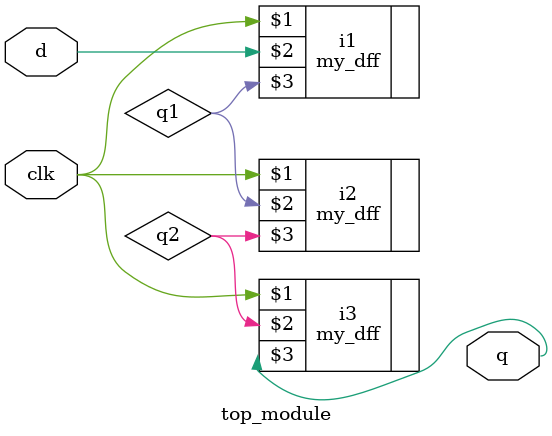
<source format=v>
module top_module ( input clk, input d, output q );
    wire q1, q2;
    my_dff i1 (clk, d, q1);
    my_dff i2 (clk, q1, q2);
    my_dff i3 (clk, q2, q);
endmodule

</source>
